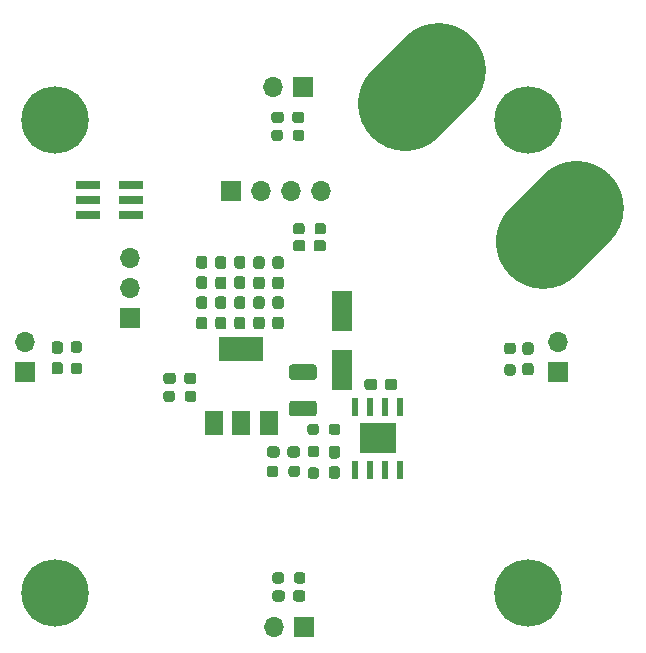
<source format=gbr>
%TF.GenerationSoftware,KiCad,Pcbnew,(5.1.8-0-10_14)*%
%TF.CreationDate,2021-03-06T23:03:25+08:00*%
%TF.ProjectId,batt_board,62617474-5f62-46f6-9172-642e6b696361,v1.0.0*%
%TF.SameCoordinates,Original*%
%TF.FileFunction,Soldermask,Top*%
%TF.FilePolarity,Negative*%
%FSLAX46Y46*%
G04 Gerber Fmt 4.6, Leading zero omitted, Abs format (unit mm)*
G04 Created by KiCad (PCBNEW (5.1.8-0-10_14)) date 2021-03-06 23:03:25*
%MOMM*%
%LPD*%
G01*
G04 APERTURE LIST*
%ADD10R,1.700000X1.700000*%
%ADD11O,1.700000X1.700000*%
%ADD12R,2.100000X0.750000*%
%ADD13C,5.700000*%
%ADD14C,3.600000*%
%ADD15R,1.500000X2.000000*%
%ADD16R,3.800000X2.000000*%
%ADD17R,0.600000X1.550000*%
%ADD18R,3.100000X2.600000*%
%ADD19R,1.800000X3.500000*%
G04 APERTURE END LIST*
D10*
%TO.C,Receiver1*%
X134874000Y-70993000D03*
D11*
X137414000Y-70993000D03*
X139954000Y-70993000D03*
X142494000Y-70993000D03*
%TD*%
D12*
%TO.C,J6*%
X126387000Y-70485000D03*
X122787000Y-70485000D03*
X126387000Y-71755000D03*
X122787000Y-71755000D03*
X126387000Y-73025000D03*
X122787000Y-73025000D03*
%TD*%
D11*
%TO.C,J1*%
X126365000Y-76708000D03*
X126365000Y-79248000D03*
D10*
X126365000Y-81788000D03*
%TD*%
%TO.C,C3*%
G36*
G01*
X141895003Y-87009000D02*
X140044997Y-87009000D01*
G75*
G02*
X139795000Y-86759003I0J249997D01*
G01*
X139795000Y-85933997D01*
G75*
G02*
X140044997Y-85684000I249997J0D01*
G01*
X141895003Y-85684000D01*
G75*
G02*
X142145000Y-85933997I0J-249997D01*
G01*
X142145000Y-86759003D01*
G75*
G02*
X141895003Y-87009000I-249997J0D01*
G01*
G37*
G36*
G01*
X141895003Y-90084000D02*
X140044997Y-90084000D01*
G75*
G02*
X139795000Y-89834003I0J249997D01*
G01*
X139795000Y-89008997D01*
G75*
G02*
X140044997Y-88759000I249997J0D01*
G01*
X141895003Y-88759000D01*
G75*
G02*
X142145000Y-89008997I0J-249997D01*
G01*
X142145000Y-89834003D01*
G75*
G02*
X141895003Y-90084000I-249997J0D01*
G01*
G37*
%TD*%
D13*
%TO.C,H4*%
X160000000Y-65000000D03*
D14*
X160000000Y-65000000D03*
%TD*%
%TO.C,J11*%
G36*
G01*
X146802390Y-60785976D02*
X149630818Y-57957548D01*
G75*
G02*
X155287672Y-57957548I2828427J-2828427D01*
G01*
X155287672Y-57957548D01*
G75*
G02*
X155287672Y-63614402I-2828427J-2828427D01*
G01*
X152459244Y-66442830D01*
G75*
G02*
X146802390Y-66442830I-2828427J2828427D01*
G01*
X146802390Y-66442830D01*
G75*
G02*
X146802390Y-60785976I2828427J2828427D01*
G01*
G37*
G36*
G01*
X158476723Y-72460309D02*
X161305151Y-69631881D01*
G75*
G02*
X166962005Y-69631881I2828427J-2828427D01*
G01*
X166962005Y-69631881D01*
G75*
G02*
X166962005Y-75288735I-2828427J-2828427D01*
G01*
X164133577Y-78117163D01*
G75*
G02*
X158476723Y-78117163I-2828427J2828427D01*
G01*
X158476723Y-78117163D01*
G75*
G02*
X158476723Y-72460309I2828427J2828427D01*
G01*
G37*
%TD*%
D13*
%TO.C,H2*%
X120000000Y-105000000D03*
D14*
X120000000Y-105000000D03*
%TD*%
D15*
%TO.C,U2*%
X133463000Y-90653000D03*
X138063000Y-90653000D03*
X135763000Y-90653000D03*
D16*
X135763000Y-84353000D03*
%TD*%
D17*
%TO.C,U1*%
X145415000Y-89248000D03*
X146685000Y-89248000D03*
X147955000Y-89248000D03*
X149225000Y-89248000D03*
X149225000Y-94648000D03*
X147955000Y-94648000D03*
X146685000Y-94648000D03*
X145415000Y-94648000D03*
D18*
X147320000Y-91948000D03*
%TD*%
%TO.C,R8*%
G36*
G01*
X130131000Y-88154500D02*
X130131000Y-88629500D01*
G75*
G02*
X129893500Y-88867000I-237500J0D01*
G01*
X129393500Y-88867000D01*
G75*
G02*
X129156000Y-88629500I0J237500D01*
G01*
X129156000Y-88154500D01*
G75*
G02*
X129393500Y-87917000I237500J0D01*
G01*
X129893500Y-87917000D01*
G75*
G02*
X130131000Y-88154500I0J-237500D01*
G01*
G37*
G36*
G01*
X131956000Y-88154500D02*
X131956000Y-88629500D01*
G75*
G02*
X131718500Y-88867000I-237500J0D01*
G01*
X131218500Y-88867000D01*
G75*
G02*
X130981000Y-88629500I0J237500D01*
G01*
X130981000Y-88154500D01*
G75*
G02*
X131218500Y-87917000I237500J0D01*
G01*
X131718500Y-87917000D01*
G75*
G02*
X131956000Y-88154500I0J-237500D01*
G01*
G37*
%TD*%
%TO.C,R7*%
G36*
G01*
X138894000Y-94504500D02*
X138894000Y-94979500D01*
G75*
G02*
X138656500Y-95217000I-237500J0D01*
G01*
X138156500Y-95217000D01*
G75*
G02*
X137919000Y-94979500I0J237500D01*
G01*
X137919000Y-94504500D01*
G75*
G02*
X138156500Y-94267000I237500J0D01*
G01*
X138656500Y-94267000D01*
G75*
G02*
X138894000Y-94504500I0J-237500D01*
G01*
G37*
G36*
G01*
X140719000Y-94504500D02*
X140719000Y-94979500D01*
G75*
G02*
X140481500Y-95217000I-237500J0D01*
G01*
X139981500Y-95217000D01*
G75*
G02*
X139744000Y-94979500I0J237500D01*
G01*
X139744000Y-94504500D01*
G75*
G02*
X139981500Y-94267000I237500J0D01*
G01*
X140481500Y-94267000D01*
G75*
G02*
X140719000Y-94504500I0J-237500D01*
G01*
G37*
%TD*%
%TO.C,R6*%
G36*
G01*
X141621500Y-94405000D02*
X142096500Y-94405000D01*
G75*
G02*
X142334000Y-94642500I0J-237500D01*
G01*
X142334000Y-95142500D01*
G75*
G02*
X142096500Y-95380000I-237500J0D01*
G01*
X141621500Y-95380000D01*
G75*
G02*
X141384000Y-95142500I0J237500D01*
G01*
X141384000Y-94642500D01*
G75*
G02*
X141621500Y-94405000I237500J0D01*
G01*
G37*
G36*
G01*
X141621500Y-92580000D02*
X142096500Y-92580000D01*
G75*
G02*
X142334000Y-92817500I0J-237500D01*
G01*
X142334000Y-93317500D01*
G75*
G02*
X142096500Y-93555000I-237500J0D01*
G01*
X141621500Y-93555000D01*
G75*
G02*
X141384000Y-93317500I0J237500D01*
G01*
X141384000Y-92817500D01*
G75*
G02*
X141621500Y-92580000I237500J0D01*
G01*
G37*
%TD*%
%TO.C,R5*%
G36*
G01*
X140126964Y-74433233D02*
X140126964Y-73958233D01*
G75*
G02*
X140364464Y-73720733I237500J0D01*
G01*
X140864464Y-73720733D01*
G75*
G02*
X141101964Y-73958233I0J-237500D01*
G01*
X141101964Y-74433233D01*
G75*
G02*
X140864464Y-74670733I-237500J0D01*
G01*
X140364464Y-74670733D01*
G75*
G02*
X140126964Y-74433233I0J237500D01*
G01*
G37*
G36*
G01*
X141951964Y-74433233D02*
X141951964Y-73958233D01*
G75*
G02*
X142189464Y-73720733I237500J0D01*
G01*
X142689464Y-73720733D01*
G75*
G02*
X142926964Y-73958233I0J-237500D01*
G01*
X142926964Y-74433233D01*
G75*
G02*
X142689464Y-74670733I-237500J0D01*
G01*
X142189464Y-74670733D01*
G75*
G02*
X141951964Y-74433233I0J237500D01*
G01*
G37*
%TD*%
%TO.C,R4*%
G36*
G01*
X122028122Y-84706715D02*
X121553122Y-84706715D01*
G75*
G02*
X121315622Y-84469215I0J237500D01*
G01*
X121315622Y-83969215D01*
G75*
G02*
X121553122Y-83731715I237500J0D01*
G01*
X122028122Y-83731715D01*
G75*
G02*
X122265622Y-83969215I0J-237500D01*
G01*
X122265622Y-84469215D01*
G75*
G02*
X122028122Y-84706715I-237500J0D01*
G01*
G37*
G36*
G01*
X122028122Y-86531715D02*
X121553122Y-86531715D01*
G75*
G02*
X121315622Y-86294215I0J237500D01*
G01*
X121315622Y-85794215D01*
G75*
G02*
X121553122Y-85556715I237500J0D01*
G01*
X122028122Y-85556715D01*
G75*
G02*
X122265622Y-85794215I0J-237500D01*
G01*
X122265622Y-86294215D01*
G75*
G02*
X122028122Y-86531715I-237500J0D01*
G01*
G37*
%TD*%
%TO.C,R3*%
G36*
G01*
X139357000Y-103521500D02*
X139357000Y-103996500D01*
G75*
G02*
X139119500Y-104234000I-237500J0D01*
G01*
X138619500Y-104234000D01*
G75*
G02*
X138382000Y-103996500I0J237500D01*
G01*
X138382000Y-103521500D01*
G75*
G02*
X138619500Y-103284000I237500J0D01*
G01*
X139119500Y-103284000D01*
G75*
G02*
X139357000Y-103521500I0J-237500D01*
G01*
G37*
G36*
G01*
X141182000Y-103521500D02*
X141182000Y-103996500D01*
G75*
G02*
X140944500Y-104234000I-237500J0D01*
G01*
X140444500Y-104234000D01*
G75*
G02*
X140207000Y-103996500I0J237500D01*
G01*
X140207000Y-103521500D01*
G75*
G02*
X140444500Y-103284000I237500J0D01*
G01*
X140944500Y-103284000D01*
G75*
G02*
X141182000Y-103521500I0J-237500D01*
G01*
G37*
%TD*%
%TO.C,R2*%
G36*
G01*
X158258500Y-85668014D02*
X158733500Y-85668014D01*
G75*
G02*
X158971000Y-85905514I0J-237500D01*
G01*
X158971000Y-86405514D01*
G75*
G02*
X158733500Y-86643014I-237500J0D01*
G01*
X158258500Y-86643014D01*
G75*
G02*
X158021000Y-86405514I0J237500D01*
G01*
X158021000Y-85905514D01*
G75*
G02*
X158258500Y-85668014I237500J0D01*
G01*
G37*
G36*
G01*
X158258500Y-83843014D02*
X158733500Y-83843014D01*
G75*
G02*
X158971000Y-84080514I0J-237500D01*
G01*
X158971000Y-84580514D01*
G75*
G02*
X158733500Y-84818014I-237500J0D01*
G01*
X158258500Y-84818014D01*
G75*
G02*
X158021000Y-84580514I0J237500D01*
G01*
X158021000Y-84080514D01*
G75*
G02*
X158258500Y-83843014I237500J0D01*
G01*
G37*
%TD*%
%TO.C,R1*%
G36*
G01*
X140125000Y-66531500D02*
X140125000Y-66056500D01*
G75*
G02*
X140362500Y-65819000I237500J0D01*
G01*
X140862500Y-65819000D01*
G75*
G02*
X141100000Y-66056500I0J-237500D01*
G01*
X141100000Y-66531500D01*
G75*
G02*
X140862500Y-66769000I-237500J0D01*
G01*
X140362500Y-66769000D01*
G75*
G02*
X140125000Y-66531500I0J237500D01*
G01*
G37*
G36*
G01*
X138300000Y-66531500D02*
X138300000Y-66056500D01*
G75*
G02*
X138537500Y-65819000I237500J0D01*
G01*
X139037500Y-65819000D01*
G75*
G02*
X139275000Y-66056500I0J-237500D01*
G01*
X139275000Y-66531500D01*
G75*
G02*
X139037500Y-66769000I-237500J0D01*
G01*
X138537500Y-66769000D01*
G75*
G02*
X138300000Y-66531500I0J237500D01*
G01*
G37*
%TD*%
%TO.C,L1*%
G36*
G01*
X142323000Y-90948500D02*
X142323000Y-91423500D01*
G75*
G02*
X142085500Y-91661000I-237500J0D01*
G01*
X141585500Y-91661000D01*
G75*
G02*
X141348000Y-91423500I0J237500D01*
G01*
X141348000Y-90948500D01*
G75*
G02*
X141585500Y-90711000I237500J0D01*
G01*
X142085500Y-90711000D01*
G75*
G02*
X142323000Y-90948500I0J-237500D01*
G01*
G37*
G36*
G01*
X144148000Y-90948500D02*
X144148000Y-91423500D01*
G75*
G02*
X143910500Y-91661000I-237500J0D01*
G01*
X143410500Y-91661000D01*
G75*
G02*
X143173000Y-91423500I0J237500D01*
G01*
X143173000Y-90948500D01*
G75*
G02*
X143410500Y-90711000I237500J0D01*
G01*
X143910500Y-90711000D01*
G75*
G02*
X144148000Y-90948500I0J-237500D01*
G01*
G37*
%TD*%
D13*
%TO.C,H3*%
X160000000Y-105000000D03*
D14*
X160000000Y-105000000D03*
%TD*%
D13*
%TO.C,H1*%
X120000000Y-65000000D03*
D14*
X120000000Y-65000000D03*
%TD*%
%TO.C,D7*%
G36*
G01*
X130206000Y-86630500D02*
X130206000Y-87105500D01*
G75*
G02*
X129968500Y-87343000I-237500J0D01*
G01*
X129393500Y-87343000D01*
G75*
G02*
X129156000Y-87105500I0J237500D01*
G01*
X129156000Y-86630500D01*
G75*
G02*
X129393500Y-86393000I237500J0D01*
G01*
X129968500Y-86393000D01*
G75*
G02*
X130206000Y-86630500I0J-237500D01*
G01*
G37*
G36*
G01*
X131956000Y-86630500D02*
X131956000Y-87105500D01*
G75*
G02*
X131718500Y-87343000I-237500J0D01*
G01*
X131143500Y-87343000D01*
G75*
G02*
X130906000Y-87105500I0J237500D01*
G01*
X130906000Y-86630500D01*
G75*
G02*
X131143500Y-86393000I237500J0D01*
G01*
X131718500Y-86393000D01*
G75*
G02*
X131956000Y-86630500I0J-237500D01*
G01*
G37*
%TD*%
D19*
%TO.C,D6*%
X144272000Y-81193000D03*
X144272000Y-86193000D03*
%TD*%
%TO.C,D5*%
G36*
G01*
X140126964Y-75870074D02*
X140126964Y-75395074D01*
G75*
G02*
X140364464Y-75157574I237500J0D01*
G01*
X140939464Y-75157574D01*
G75*
G02*
X141176964Y-75395074I0J-237500D01*
G01*
X141176964Y-75870074D01*
G75*
G02*
X140939464Y-76107574I-237500J0D01*
G01*
X140364464Y-76107574D01*
G75*
G02*
X140126964Y-75870074I0J237500D01*
G01*
G37*
G36*
G01*
X141876964Y-75870074D02*
X141876964Y-75395074D01*
G75*
G02*
X142114464Y-75157574I237500J0D01*
G01*
X142689464Y-75157574D01*
G75*
G02*
X142926964Y-75395074I0J-237500D01*
G01*
X142926964Y-75870074D01*
G75*
G02*
X142689464Y-76107574I-237500J0D01*
G01*
X142114464Y-76107574D01*
G75*
G02*
X141876964Y-75870074I0J237500D01*
G01*
G37*
%TD*%
%TO.C,D4*%
G36*
G01*
X119936676Y-85481715D02*
X120411676Y-85481715D01*
G75*
G02*
X120649176Y-85719215I0J-237500D01*
G01*
X120649176Y-86294215D01*
G75*
G02*
X120411676Y-86531715I-237500J0D01*
G01*
X119936676Y-86531715D01*
G75*
G02*
X119699176Y-86294215I0J237500D01*
G01*
X119699176Y-85719215D01*
G75*
G02*
X119936676Y-85481715I237500J0D01*
G01*
G37*
G36*
G01*
X119936676Y-83731715D02*
X120411676Y-83731715D01*
G75*
G02*
X120649176Y-83969215I0J-237500D01*
G01*
X120649176Y-84544215D01*
G75*
G02*
X120411676Y-84781715I-237500J0D01*
G01*
X119936676Y-84781715D01*
G75*
G02*
X119699176Y-84544215I0J237500D01*
G01*
X119699176Y-83969215D01*
G75*
G02*
X119936676Y-83731715I237500J0D01*
G01*
G37*
%TD*%
%TO.C,D3*%
G36*
G01*
X140132000Y-105520500D02*
X140132000Y-105045500D01*
G75*
G02*
X140369500Y-104808000I237500J0D01*
G01*
X140944500Y-104808000D01*
G75*
G02*
X141182000Y-105045500I0J-237500D01*
G01*
X141182000Y-105520500D01*
G75*
G02*
X140944500Y-105758000I-237500J0D01*
G01*
X140369500Y-105758000D01*
G75*
G02*
X140132000Y-105520500I0J237500D01*
G01*
G37*
G36*
G01*
X138382000Y-105520500D02*
X138382000Y-105045500D01*
G75*
G02*
X138619500Y-104808000I237500J0D01*
G01*
X139194500Y-104808000D01*
G75*
G02*
X139432000Y-105045500I0J-237500D01*
G01*
X139432000Y-105520500D01*
G75*
G02*
X139194500Y-105758000I-237500J0D01*
G01*
X138619500Y-105758000D01*
G75*
G02*
X138382000Y-105520500I0J237500D01*
G01*
G37*
%TD*%
%TO.C,D2*%
G36*
G01*
X160257500Y-84867000D02*
X159782500Y-84867000D01*
G75*
G02*
X159545000Y-84629500I0J237500D01*
G01*
X159545000Y-84054500D01*
G75*
G02*
X159782500Y-83817000I237500J0D01*
G01*
X160257500Y-83817000D01*
G75*
G02*
X160495000Y-84054500I0J-237500D01*
G01*
X160495000Y-84629500D01*
G75*
G02*
X160257500Y-84867000I-237500J0D01*
G01*
G37*
G36*
G01*
X160257500Y-86617000D02*
X159782500Y-86617000D01*
G75*
G02*
X159545000Y-86379500I0J237500D01*
G01*
X159545000Y-85804500D01*
G75*
G02*
X159782500Y-85567000I237500J0D01*
G01*
X160257500Y-85567000D01*
G75*
G02*
X160495000Y-85804500I0J-237500D01*
G01*
X160495000Y-86379500D01*
G75*
G02*
X160257500Y-86617000I-237500J0D01*
G01*
G37*
%TD*%
%TO.C,D1*%
G36*
G01*
X139350000Y-64532500D02*
X139350000Y-65007500D01*
G75*
G02*
X139112500Y-65245000I-237500J0D01*
G01*
X138537500Y-65245000D01*
G75*
G02*
X138300000Y-65007500I0J237500D01*
G01*
X138300000Y-64532500D01*
G75*
G02*
X138537500Y-64295000I237500J0D01*
G01*
X139112500Y-64295000D01*
G75*
G02*
X139350000Y-64532500I0J-237500D01*
G01*
G37*
G36*
G01*
X141100000Y-64532500D02*
X141100000Y-65007500D01*
G75*
G02*
X140862500Y-65245000I-237500J0D01*
G01*
X140287500Y-65245000D01*
G75*
G02*
X140050000Y-65007500I0J237500D01*
G01*
X140050000Y-64532500D01*
G75*
G02*
X140287500Y-64295000I237500J0D01*
G01*
X140862500Y-64295000D01*
G75*
G02*
X141100000Y-64532500I0J-237500D01*
G01*
G37*
%TD*%
D11*
%TO.C,CH4*%
X117475000Y-83820000D03*
D10*
X117475000Y-86360000D03*
%TD*%
D11*
%TO.C,CH3*%
X138532200Y-107950000D03*
D10*
X141072200Y-107950000D03*
%TD*%
D11*
%TO.C,CH2*%
X162560000Y-83820000D03*
D10*
X162560000Y-86360000D03*
%TD*%
D11*
%TO.C,CH1*%
X138430000Y-62230000D03*
D10*
X140970000Y-62230000D03*
%TD*%
%TO.C,C14*%
G36*
G01*
X137008767Y-78254036D02*
X137483767Y-78254036D01*
G75*
G02*
X137721267Y-78491536I0J-237500D01*
G01*
X137721267Y-79091536D01*
G75*
G02*
X137483767Y-79329036I-237500J0D01*
G01*
X137008767Y-79329036D01*
G75*
G02*
X136771267Y-79091536I0J237500D01*
G01*
X136771267Y-78491536D01*
G75*
G02*
X137008767Y-78254036I237500J0D01*
G01*
G37*
G36*
G01*
X137008767Y-76529036D02*
X137483767Y-76529036D01*
G75*
G02*
X137721267Y-76766536I0J-237500D01*
G01*
X137721267Y-77366536D01*
G75*
G02*
X137483767Y-77604036I-237500J0D01*
G01*
X137008767Y-77604036D01*
G75*
G02*
X136771267Y-77366536I0J237500D01*
G01*
X136771267Y-76766536D01*
G75*
G02*
X137008767Y-76529036I237500J0D01*
G01*
G37*
%TD*%
%TO.C,C13*%
G36*
G01*
X135867321Y-77568511D02*
X135392321Y-77568511D01*
G75*
G02*
X135154821Y-77331011I0J237500D01*
G01*
X135154821Y-76731011D01*
G75*
G02*
X135392321Y-76493511I237500J0D01*
G01*
X135867321Y-76493511D01*
G75*
G02*
X136104821Y-76731011I0J-237500D01*
G01*
X136104821Y-77331011D01*
G75*
G02*
X135867321Y-77568511I-237500J0D01*
G01*
G37*
G36*
G01*
X135867321Y-79293511D02*
X135392321Y-79293511D01*
G75*
G02*
X135154821Y-79056011I0J237500D01*
G01*
X135154821Y-78456011D01*
G75*
G02*
X135392321Y-78218511I237500J0D01*
G01*
X135867321Y-78218511D01*
G75*
G02*
X136104821Y-78456011I0J-237500D01*
G01*
X136104821Y-79056011D01*
G75*
G02*
X135867321Y-79293511I-237500J0D01*
G01*
G37*
%TD*%
%TO.C,C12*%
G36*
G01*
X132159429Y-78218511D02*
X132634429Y-78218511D01*
G75*
G02*
X132871929Y-78456011I0J-237500D01*
G01*
X132871929Y-79056011D01*
G75*
G02*
X132634429Y-79293511I-237500J0D01*
G01*
X132159429Y-79293511D01*
G75*
G02*
X131921929Y-79056011I0J237500D01*
G01*
X131921929Y-78456011D01*
G75*
G02*
X132159429Y-78218511I237500J0D01*
G01*
G37*
G36*
G01*
X132159429Y-76493511D02*
X132634429Y-76493511D01*
G75*
G02*
X132871929Y-76731011I0J-237500D01*
G01*
X132871929Y-77331011D01*
G75*
G02*
X132634429Y-77568511I-237500J0D01*
G01*
X132159429Y-77568511D01*
G75*
G02*
X131921929Y-77331011I0J237500D01*
G01*
X131921929Y-76731011D01*
G75*
G02*
X132159429Y-76493511I237500J0D01*
G01*
G37*
%TD*%
%TO.C,C11*%
G36*
G01*
X134250875Y-77604036D02*
X133775875Y-77604036D01*
G75*
G02*
X133538375Y-77366536I0J237500D01*
G01*
X133538375Y-76766536D01*
G75*
G02*
X133775875Y-76529036I237500J0D01*
G01*
X134250875Y-76529036D01*
G75*
G02*
X134488375Y-76766536I0J-237500D01*
G01*
X134488375Y-77366536D01*
G75*
G02*
X134250875Y-77604036I-237500J0D01*
G01*
G37*
G36*
G01*
X134250875Y-79329036D02*
X133775875Y-79329036D01*
G75*
G02*
X133538375Y-79091536I0J237500D01*
G01*
X133538375Y-78491536D01*
G75*
G02*
X133775875Y-78254036I237500J0D01*
G01*
X134250875Y-78254036D01*
G75*
G02*
X134488375Y-78491536I0J-237500D01*
G01*
X134488375Y-79091536D01*
G75*
G02*
X134250875Y-79329036I-237500J0D01*
G01*
G37*
%TD*%
%TO.C,C10*%
G36*
G01*
X138625213Y-76529036D02*
X139100213Y-76529036D01*
G75*
G02*
X139337713Y-76766536I0J-237500D01*
G01*
X139337713Y-77366536D01*
G75*
G02*
X139100213Y-77604036I-237500J0D01*
G01*
X138625213Y-77604036D01*
G75*
G02*
X138387713Y-77366536I0J237500D01*
G01*
X138387713Y-76766536D01*
G75*
G02*
X138625213Y-76529036I237500J0D01*
G01*
G37*
G36*
G01*
X138625213Y-78254036D02*
X139100213Y-78254036D01*
G75*
G02*
X139337713Y-78491536I0J-237500D01*
G01*
X139337713Y-79091536D01*
G75*
G02*
X139100213Y-79329036I-237500J0D01*
G01*
X138625213Y-79329036D01*
G75*
G02*
X138387713Y-79091536I0J237500D01*
G01*
X138387713Y-78491536D01*
G75*
G02*
X138625213Y-78254036I237500J0D01*
G01*
G37*
%TD*%
%TO.C,C9*%
G36*
G01*
X137483767Y-80996934D02*
X137008767Y-80996934D01*
G75*
G02*
X136771267Y-80759434I0J237500D01*
G01*
X136771267Y-80159434D01*
G75*
G02*
X137008767Y-79921934I237500J0D01*
G01*
X137483767Y-79921934D01*
G75*
G02*
X137721267Y-80159434I0J-237500D01*
G01*
X137721267Y-80759434D01*
G75*
G02*
X137483767Y-80996934I-237500J0D01*
G01*
G37*
G36*
G01*
X137483767Y-82721934D02*
X137008767Y-82721934D01*
G75*
G02*
X136771267Y-82484434I0J237500D01*
G01*
X136771267Y-81884434D01*
G75*
G02*
X137008767Y-81646934I237500J0D01*
G01*
X137483767Y-81646934D01*
G75*
G02*
X137721267Y-81884434I0J-237500D01*
G01*
X137721267Y-82484434D01*
G75*
G02*
X137483767Y-82721934I-237500J0D01*
G01*
G37*
%TD*%
%TO.C,C8*%
G36*
G01*
X135392321Y-81646934D02*
X135867321Y-81646934D01*
G75*
G02*
X136104821Y-81884434I0J-237500D01*
G01*
X136104821Y-82484434D01*
G75*
G02*
X135867321Y-82721934I-237500J0D01*
G01*
X135392321Y-82721934D01*
G75*
G02*
X135154821Y-82484434I0J237500D01*
G01*
X135154821Y-81884434D01*
G75*
G02*
X135392321Y-81646934I237500J0D01*
G01*
G37*
G36*
G01*
X135392321Y-79921934D02*
X135867321Y-79921934D01*
G75*
G02*
X136104821Y-80159434I0J-237500D01*
G01*
X136104821Y-80759434D01*
G75*
G02*
X135867321Y-80996934I-237500J0D01*
G01*
X135392321Y-80996934D01*
G75*
G02*
X135154821Y-80759434I0J237500D01*
G01*
X135154821Y-80159434D01*
G75*
G02*
X135392321Y-79921934I237500J0D01*
G01*
G37*
%TD*%
%TO.C,C7*%
G36*
G01*
X134250875Y-80996934D02*
X133775875Y-80996934D01*
G75*
G02*
X133538375Y-80759434I0J237500D01*
G01*
X133538375Y-80159434D01*
G75*
G02*
X133775875Y-79921934I237500J0D01*
G01*
X134250875Y-79921934D01*
G75*
G02*
X134488375Y-80159434I0J-237500D01*
G01*
X134488375Y-80759434D01*
G75*
G02*
X134250875Y-80996934I-237500J0D01*
G01*
G37*
G36*
G01*
X134250875Y-82721934D02*
X133775875Y-82721934D01*
G75*
G02*
X133538375Y-82484434I0J237500D01*
G01*
X133538375Y-81884434D01*
G75*
G02*
X133775875Y-81646934I237500J0D01*
G01*
X134250875Y-81646934D01*
G75*
G02*
X134488375Y-81884434I0J-237500D01*
G01*
X134488375Y-82484434D01*
G75*
G02*
X134250875Y-82721934I-237500J0D01*
G01*
G37*
%TD*%
%TO.C,C6*%
G36*
G01*
X132159429Y-81646934D02*
X132634429Y-81646934D01*
G75*
G02*
X132871929Y-81884434I0J-237500D01*
G01*
X132871929Y-82484434D01*
G75*
G02*
X132634429Y-82721934I-237500J0D01*
G01*
X132159429Y-82721934D01*
G75*
G02*
X131921929Y-82484434I0J237500D01*
G01*
X131921929Y-81884434D01*
G75*
G02*
X132159429Y-81646934I237500J0D01*
G01*
G37*
G36*
G01*
X132159429Y-79921934D02*
X132634429Y-79921934D01*
G75*
G02*
X132871929Y-80159434I0J-237500D01*
G01*
X132871929Y-80759434D01*
G75*
G02*
X132634429Y-80996934I-237500J0D01*
G01*
X132159429Y-80996934D01*
G75*
G02*
X131921929Y-80759434I0J237500D01*
G01*
X131921929Y-80159434D01*
G75*
G02*
X132159429Y-79921934I237500J0D01*
G01*
G37*
%TD*%
%TO.C,C5*%
G36*
G01*
X139100213Y-82721934D02*
X138625213Y-82721934D01*
G75*
G02*
X138387713Y-82484434I0J237500D01*
G01*
X138387713Y-81884434D01*
G75*
G02*
X138625213Y-81646934I237500J0D01*
G01*
X139100213Y-81646934D01*
G75*
G02*
X139337713Y-81884434I0J-237500D01*
G01*
X139337713Y-82484434D01*
G75*
G02*
X139100213Y-82721934I-237500J0D01*
G01*
G37*
G36*
G01*
X139100213Y-80996934D02*
X138625213Y-80996934D01*
G75*
G02*
X138387713Y-80759434I0J237500D01*
G01*
X138387713Y-80159434D01*
G75*
G02*
X138625213Y-79921934I237500J0D01*
G01*
X139100213Y-79921934D01*
G75*
G02*
X139337713Y-80159434I0J-237500D01*
G01*
X139337713Y-80759434D01*
G75*
G02*
X139100213Y-80996934I-237500J0D01*
G01*
G37*
%TD*%
%TO.C,C4*%
G36*
G01*
X138994000Y-92853500D02*
X138994000Y-93328500D01*
G75*
G02*
X138756500Y-93566000I-237500J0D01*
G01*
X138156500Y-93566000D01*
G75*
G02*
X137919000Y-93328500I0J237500D01*
G01*
X137919000Y-92853500D01*
G75*
G02*
X138156500Y-92616000I237500J0D01*
G01*
X138756500Y-92616000D01*
G75*
G02*
X138994000Y-92853500I0J-237500D01*
G01*
G37*
G36*
G01*
X140719000Y-92853500D02*
X140719000Y-93328500D01*
G75*
G02*
X140481500Y-93566000I-237500J0D01*
G01*
X139881500Y-93566000D01*
G75*
G02*
X139644000Y-93328500I0J237500D01*
G01*
X139644000Y-92853500D01*
G75*
G02*
X139881500Y-92616000I237500J0D01*
G01*
X140481500Y-92616000D01*
G75*
G02*
X140719000Y-92853500I0J-237500D01*
G01*
G37*
%TD*%
%TO.C,C2*%
G36*
G01*
X143874500Y-93655000D02*
X143399500Y-93655000D01*
G75*
G02*
X143162000Y-93417500I0J237500D01*
G01*
X143162000Y-92817500D01*
G75*
G02*
X143399500Y-92580000I237500J0D01*
G01*
X143874500Y-92580000D01*
G75*
G02*
X144112000Y-92817500I0J-237500D01*
G01*
X144112000Y-93417500D01*
G75*
G02*
X143874500Y-93655000I-237500J0D01*
G01*
G37*
G36*
G01*
X143874500Y-95380000D02*
X143399500Y-95380000D01*
G75*
G02*
X143162000Y-95142500I0J237500D01*
G01*
X143162000Y-94542500D01*
G75*
G02*
X143399500Y-94305000I237500J0D01*
G01*
X143874500Y-94305000D01*
G75*
G02*
X144112000Y-94542500I0J-237500D01*
G01*
X144112000Y-95142500D01*
G75*
G02*
X143874500Y-95380000I-237500J0D01*
G01*
G37*
%TD*%
%TO.C,C1*%
G36*
G01*
X147899000Y-87613500D02*
X147899000Y-87138500D01*
G75*
G02*
X148136500Y-86901000I237500J0D01*
G01*
X148736500Y-86901000D01*
G75*
G02*
X148974000Y-87138500I0J-237500D01*
G01*
X148974000Y-87613500D01*
G75*
G02*
X148736500Y-87851000I-237500J0D01*
G01*
X148136500Y-87851000D01*
G75*
G02*
X147899000Y-87613500I0J237500D01*
G01*
G37*
G36*
G01*
X146174000Y-87613500D02*
X146174000Y-87138500D01*
G75*
G02*
X146411500Y-86901000I237500J0D01*
G01*
X147011500Y-86901000D01*
G75*
G02*
X147249000Y-87138500I0J-237500D01*
G01*
X147249000Y-87613500D01*
G75*
G02*
X147011500Y-87851000I-237500J0D01*
G01*
X146411500Y-87851000D01*
G75*
G02*
X146174000Y-87613500I0J237500D01*
G01*
G37*
%TD*%
M02*

</source>
